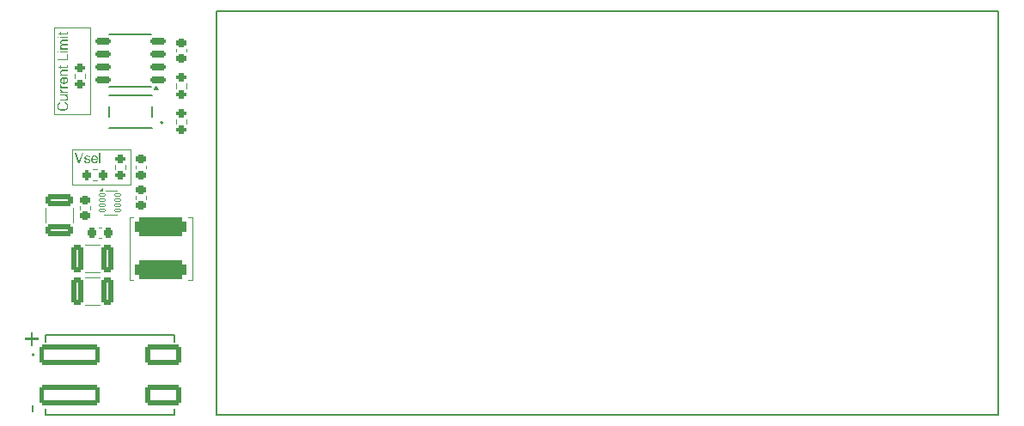
<source format=gbr>
G04 #@! TF.GenerationSoftware,KiCad,Pcbnew,8.0.8*
G04 #@! TF.CreationDate,2025-10-01T20:38:25-04:00*
G04 #@! TF.ProjectId,project-hw-2-18650,70726f6a-6563-4742-9d68-772d322d3138,rev?*
G04 #@! TF.SameCoordinates,Original*
G04 #@! TF.FileFunction,Legend,Top*
G04 #@! TF.FilePolarity,Positive*
%FSLAX46Y46*%
G04 Gerber Fmt 4.6, Leading zero omitted, Abs format (unit mm)*
G04 Created by KiCad (PCBNEW 8.0.8) date 2025-10-01 20:38:25*
%MOMM*%
%LPD*%
G01*
G04 APERTURE LIST*
G04 Aperture macros list*
%AMRoundRect*
0 Rectangle with rounded corners*
0 $1 Rounding radius*
0 $2 $3 $4 $5 $6 $7 $8 $9 X,Y pos of 4 corners*
0 Add a 4 corners polygon primitive as box body*
4,1,4,$2,$3,$4,$5,$6,$7,$8,$9,$2,$3,0*
0 Add four circle primitives for the rounded corners*
1,1,$1+$1,$2,$3*
1,1,$1+$1,$4,$5*
1,1,$1+$1,$6,$7*
1,1,$1+$1,$8,$9*
0 Add four rect primitives between the rounded corners*
20,1,$1+$1,$2,$3,$4,$5,0*
20,1,$1+$1,$4,$5,$6,$7,0*
20,1,$1+$1,$6,$7,$8,$9,0*
20,1,$1+$1,$8,$9,$2,$3,0*%
G04 Aperture macros list end*
%ADD10C,0.100000*%
%ADD11C,0.125000*%
%ADD12C,0.150000*%
%ADD13C,0.120000*%
%ADD14C,0.127000*%
%ADD15C,0.200000*%
%ADD16C,1.500000*%
%ADD17RoundRect,0.150000X0.625000X0.150000X-0.625000X0.150000X-0.625000X-0.150000X0.625000X-0.150000X0*%
%ADD18RoundRect,0.200000X-0.275000X0.200000X-0.275000X-0.200000X0.275000X-0.200000X0.275000X0.200000X0*%
%ADD19R,1.050000X0.650000*%
%ADD20RoundRect,0.225000X-0.250000X0.225000X-0.250000X-0.225000X0.250000X-0.225000X0.250000X0.225000X0*%
%ADD21RoundRect,0.050000X-0.285000X-0.100000X0.285000X-0.100000X0.285000X0.100000X-0.285000X0.100000X0*%
%ADD22RoundRect,0.200000X0.200000X0.275000X-0.200000X0.275000X-0.200000X-0.275000X0.200000X-0.275000X0*%
%ADD23RoundRect,0.475000X-2.075000X0.475000X-2.075000X-0.475000X2.075000X-0.475000X2.075000X0.475000X0*%
%ADD24RoundRect,0.250000X-1.500000X-0.750000X1.500000X-0.750000X1.500000X0.750000X-1.500000X0.750000X0*%
%ADD25RoundRect,0.250000X-2.750000X-0.750000X2.750000X-0.750000X2.750000X0.750000X-2.750000X0.750000X0*%
%ADD26RoundRect,0.250000X0.325000X1.100000X-0.325000X1.100000X-0.325000X-1.100000X0.325000X-1.100000X0*%
%ADD27RoundRect,0.225000X0.225000X0.250000X-0.225000X0.250000X-0.225000X-0.250000X0.225000X-0.250000X0*%
%ADD28RoundRect,0.225000X0.250000X-0.225000X0.250000X0.225000X-0.250000X0.225000X-0.250000X-0.225000X0*%
%ADD29RoundRect,0.250000X-1.100000X0.325000X-1.100000X-0.325000X1.100000X-0.325000X1.100000X0.325000X0*%
G04 APERTURE END LIST*
D10*
G36*
X19284633Y-56942533D02*
G01*
X19472212Y-56942533D01*
X19472212Y-57620551D01*
X19284633Y-57620551D01*
X19284633Y-56942533D01*
G37*
G36*
X19159685Y-49747418D02*
G01*
X19347264Y-49747418D01*
X19347264Y-50329692D01*
X19941263Y-50329692D01*
X19941263Y-50527041D01*
X19347264Y-50527041D01*
X19347264Y-51109316D01*
X19159685Y-51109316D01*
X19159685Y-50527041D01*
X18596950Y-50527041D01*
X18596950Y-50329692D01*
X19159685Y-50329692D01*
X19159685Y-49747418D01*
G37*
X23250000Y-31750000D02*
X29000000Y-31750000D01*
X29000000Y-35250000D01*
X23250000Y-35250000D01*
X23250000Y-31750000D01*
X21500000Y-19750000D02*
X25000000Y-19750000D01*
X25000000Y-28250000D01*
X21500000Y-28250000D01*
X21500000Y-19750000D01*
G36*
X24030495Y-33080000D02*
G01*
X23889811Y-33080000D01*
X23521004Y-32048318D01*
X23661688Y-32048318D01*
X23962840Y-32921486D01*
X24247138Y-32048318D01*
X24386357Y-32048318D01*
X24030495Y-33080000D01*
G37*
G36*
X24574424Y-32861158D02*
G01*
X24586086Y-32909353D01*
X24611262Y-32954043D01*
X24620097Y-32963984D01*
X24664202Y-32989863D01*
X24714861Y-33000030D01*
X24754431Y-33001842D01*
X24804082Y-32998148D01*
X24853532Y-32984256D01*
X24878995Y-32970579D01*
X24914349Y-32934064D01*
X24926133Y-32887536D01*
X24913435Y-32839974D01*
X24899267Y-32823545D01*
X24855684Y-32798855D01*
X24812072Y-32785931D01*
X24702407Y-32759309D01*
X24648942Y-32745429D01*
X24597170Y-32727763D01*
X24550824Y-32705590D01*
X24520202Y-32683838D01*
X24488946Y-32644121D01*
X24472117Y-32593483D01*
X24468911Y-32553656D01*
X24475016Y-32499494D01*
X24493331Y-32451861D01*
X24523857Y-32410759D01*
X24546092Y-32390746D01*
X24587964Y-32364032D01*
X24636156Y-32344951D01*
X24690668Y-32333502D01*
X24743550Y-32329745D01*
X24751500Y-32329685D01*
X24804759Y-32332420D01*
X24858672Y-32342243D01*
X24905166Y-32359211D01*
X24948604Y-32386838D01*
X24982015Y-32422636D01*
X25004761Y-32466007D01*
X25016842Y-32516952D01*
X25018946Y-32548527D01*
X24895115Y-32548527D01*
X24884322Y-32500655D01*
X24851343Y-32463149D01*
X24803506Y-32444342D01*
X24747348Y-32439106D01*
X24697797Y-32443297D01*
X24650406Y-32458777D01*
X24633531Y-32468904D01*
X24600561Y-32506216D01*
X24591277Y-32548527D01*
X24606515Y-32594998D01*
X24623517Y-32611542D01*
X24669129Y-32635096D01*
X24718986Y-32650225D01*
X24727808Y-32652330D01*
X24840160Y-32679197D01*
X24891314Y-32693485D01*
X24939775Y-32712771D01*
X24982336Y-32738187D01*
X24999162Y-32752470D01*
X25029227Y-32792358D01*
X25045416Y-32841313D01*
X25048499Y-32878988D01*
X25043355Y-32929409D01*
X25025269Y-32979673D01*
X24994162Y-33023098D01*
X24966189Y-33048248D01*
X24921478Y-33075817D01*
X24869652Y-33095509D01*
X24818470Y-33106278D01*
X24761841Y-33111016D01*
X24744661Y-33111263D01*
X24693560Y-33109064D01*
X24633000Y-33099295D01*
X24581094Y-33081709D01*
X24537844Y-33056308D01*
X24495953Y-33013565D01*
X24472178Y-32970579D01*
X24457057Y-32919776D01*
X24450593Y-32861158D01*
X24574424Y-32861158D01*
G37*
G36*
X25530837Y-32333395D02*
G01*
X25583652Y-32344523D01*
X25630706Y-32363070D01*
X25684481Y-32399340D01*
X25718091Y-32435198D01*
X25745939Y-32478475D01*
X25768025Y-32529171D01*
X25784350Y-32587285D01*
X25794913Y-32652819D01*
X25799714Y-32725771D01*
X25800034Y-32751737D01*
X25257083Y-32751737D01*
X25261922Y-32805791D01*
X25273508Y-32854136D01*
X25294607Y-32901700D01*
X25316922Y-32933698D01*
X25356688Y-32969633D01*
X25404849Y-32992259D01*
X25455373Y-33001243D01*
X25473726Y-33001842D01*
X25524184Y-32996896D01*
X25574695Y-32978623D01*
X25616207Y-32946887D01*
X25648720Y-32901687D01*
X25666434Y-32861158D01*
X25784647Y-32861158D01*
X25771918Y-32910375D01*
X25750272Y-32960498D01*
X25721054Y-33004088D01*
X25684265Y-33041144D01*
X25679134Y-33045317D01*
X25634896Y-33074168D01*
X25585223Y-33094776D01*
X25537301Y-33106046D01*
X25485219Y-33111005D01*
X25469574Y-33111263D01*
X25413781Y-33107579D01*
X25362538Y-33096528D01*
X25315847Y-33078109D01*
X25273706Y-33052324D01*
X25236117Y-33019171D01*
X25224598Y-33006482D01*
X25194053Y-32964622D01*
X25169827Y-32917628D01*
X25151921Y-32865498D01*
X25140334Y-32808234D01*
X25135507Y-32756591D01*
X25134717Y-32723893D01*
X25136965Y-32669963D01*
X25138569Y-32657948D01*
X25259769Y-32657948D01*
X25674982Y-32657948D01*
X25670403Y-32607999D01*
X25654575Y-32558120D01*
X25627441Y-32514157D01*
X25617096Y-32502121D01*
X25578041Y-32468891D01*
X25532928Y-32447968D01*
X25481756Y-32439352D01*
X25470795Y-32439106D01*
X25418412Y-32444926D01*
X25372087Y-32462386D01*
X25331820Y-32491485D01*
X25324494Y-32498702D01*
X25293405Y-32539755D01*
X25272191Y-32588728D01*
X25261542Y-32639574D01*
X25259769Y-32657948D01*
X25138569Y-32657948D01*
X25143709Y-32619456D01*
X25157737Y-32563365D01*
X25178239Y-32512203D01*
X25205215Y-32465969D01*
X25226796Y-32437885D01*
X25263482Y-32401114D01*
X25304477Y-32371951D01*
X25349783Y-32350396D01*
X25399400Y-32336448D01*
X25453327Y-32330108D01*
X25472260Y-32329685D01*
X25530837Y-32333395D01*
G37*
G36*
X26040369Y-32048318D02*
G01*
X26040369Y-33080000D01*
X25922400Y-33080000D01*
X25922400Y-32048318D01*
X26040369Y-32048318D01*
G37*
D11*
G36*
X22326371Y-27943824D02*
G01*
X22273637Y-27942141D01*
X22221316Y-27937092D01*
X22186664Y-27931856D01*
X22138340Y-27921059D01*
X22088747Y-27905125D01*
X22042561Y-27886182D01*
X21997581Y-27863542D01*
X21952456Y-27835002D01*
X21911891Y-27802651D01*
X21875857Y-27764101D01*
X21847006Y-27721893D01*
X21824221Y-27678073D01*
X21819567Y-27667585D01*
X21801739Y-27617918D01*
X21789745Y-27564811D01*
X21783983Y-27514719D01*
X21782686Y-27475366D01*
X21785571Y-27414991D01*
X21794227Y-27359437D01*
X21808652Y-27308705D01*
X21828848Y-27262794D01*
X21864752Y-27209080D01*
X21910914Y-27163937D01*
X21952267Y-27135705D01*
X21999391Y-27112294D01*
X22052284Y-27093705D01*
X22110949Y-27079937D01*
X22110949Y-27213538D01*
X22059658Y-27227505D01*
X22010130Y-27249751D01*
X21969257Y-27278914D01*
X21946817Y-27302198D01*
X21920370Y-27343873D01*
X21902579Y-27394436D01*
X21894030Y-27446841D01*
X21892107Y-27490753D01*
X21896186Y-27544434D01*
X21908422Y-27593736D01*
X21928815Y-27638658D01*
X21957366Y-27679202D01*
X21994074Y-27715366D01*
X22008122Y-27726448D01*
X22054608Y-27755831D01*
X22107052Y-27779135D01*
X22155308Y-27793911D01*
X22207702Y-27804466D01*
X22264235Y-27810799D01*
X22324905Y-27812909D01*
X22384227Y-27810715D01*
X22439614Y-27804132D01*
X22491064Y-27793160D01*
X22538580Y-27777800D01*
X22590403Y-27753574D01*
X22636559Y-27723028D01*
X22675737Y-27687007D01*
X22706810Y-27646538D01*
X22729776Y-27601621D01*
X22744637Y-27552257D01*
X22751391Y-27498444D01*
X22751842Y-27479518D01*
X22748382Y-27426995D01*
X22735956Y-27373895D01*
X22714494Y-27328183D01*
X22683994Y-27289860D01*
X22679546Y-27285589D01*
X22638299Y-27254494D01*
X22594044Y-27231769D01*
X22542169Y-27213227D01*
X22491639Y-27200665D01*
X22454842Y-27193998D01*
X22454842Y-27058932D01*
X22504057Y-27066019D01*
X22571926Y-27081472D01*
X22632651Y-27102712D01*
X22686232Y-27129740D01*
X22732669Y-27162556D01*
X22771961Y-27201158D01*
X22804110Y-27245549D01*
X22829114Y-27295726D01*
X22846974Y-27351691D01*
X22857691Y-27413444D01*
X22861263Y-27480983D01*
X22859019Y-27532381D01*
X22852287Y-27581062D01*
X22839349Y-27632580D01*
X22825359Y-27670272D01*
X22803538Y-27714611D01*
X22775803Y-27757668D01*
X22741052Y-27797483D01*
X22734256Y-27803872D01*
X22694224Y-27836165D01*
X22649689Y-27864532D01*
X22605296Y-27886915D01*
X22559534Y-27905472D01*
X22510683Y-27921146D01*
X22463391Y-27931856D01*
X22412295Y-27939149D01*
X22360855Y-27943076D01*
X22326371Y-27943824D01*
G37*
G36*
X22830000Y-26336217D02*
G01*
X22830000Y-26441730D01*
X22720090Y-26441730D01*
X22759615Y-26471341D01*
X22795373Y-26505058D01*
X22826949Y-26546652D01*
X22829023Y-26550174D01*
X22848669Y-26595878D01*
X22858712Y-26644049D01*
X22861263Y-26687927D01*
X22857858Y-26738729D01*
X22845891Y-26789459D01*
X22822487Y-26837850D01*
X22806796Y-26858897D01*
X22769049Y-26892643D01*
X22724193Y-26913890D01*
X22672229Y-26922639D01*
X22660983Y-26922889D01*
X22095317Y-26922889D01*
X22095317Y-26806140D01*
X22609204Y-26806140D01*
X22657678Y-26799409D01*
X22702890Y-26774912D01*
X22713007Y-26765352D01*
X22739554Y-26724005D01*
X22750894Y-26675482D01*
X22751842Y-26654221D01*
X22745283Y-26600707D01*
X22725605Y-26554349D01*
X22692808Y-26515146D01*
X22684675Y-26508164D01*
X22643435Y-26481599D01*
X22595279Y-26463728D01*
X22546667Y-26455142D01*
X22506622Y-26453210D01*
X22095317Y-26453210D01*
X22095317Y-26336217D01*
X22830000Y-26336217D01*
G37*
G36*
X22189106Y-25817201D02*
G01*
X22192761Y-25866091D01*
X22202748Y-25915039D01*
X22221392Y-25961274D01*
X22244549Y-25994521D01*
X22286529Y-26025691D01*
X22333301Y-26042315D01*
X22383844Y-26050800D01*
X22434311Y-26053571D01*
X22443363Y-26053628D01*
X22830000Y-26053628D01*
X22830000Y-26171598D01*
X22095317Y-26171598D01*
X22095317Y-26063398D01*
X22220369Y-26063398D01*
X22177398Y-26032133D01*
X22139826Y-25998513D01*
X22112414Y-25965701D01*
X22088922Y-25919469D01*
X22079813Y-25869158D01*
X22079685Y-25862142D01*
X22083349Y-25817201D01*
X22189106Y-25817201D01*
G37*
G36*
X22189106Y-25353140D02*
G01*
X22192761Y-25402030D01*
X22202748Y-25450978D01*
X22221392Y-25497213D01*
X22244549Y-25530460D01*
X22286529Y-25561630D01*
X22333301Y-25578253D01*
X22383844Y-25586738D01*
X22434311Y-25589509D01*
X22443363Y-25589567D01*
X22830000Y-25589567D01*
X22830000Y-25707536D01*
X22095317Y-25707536D01*
X22095317Y-25599337D01*
X22220369Y-25599337D01*
X22177398Y-25568072D01*
X22139826Y-25534451D01*
X22112414Y-25501639D01*
X22088922Y-25455407D01*
X22079813Y-25405097D01*
X22079685Y-25398080D01*
X22083349Y-25353140D01*
X22189106Y-25353140D01*
G37*
G36*
X22501737Y-25163363D02*
G01*
X22555791Y-25158524D01*
X22604136Y-25146938D01*
X22651700Y-25125838D01*
X22683698Y-25103524D01*
X22719633Y-25063758D01*
X22742259Y-25015596D01*
X22751243Y-24965072D01*
X22751842Y-24946720D01*
X22746896Y-24896262D01*
X22728623Y-24845750D01*
X22696887Y-24804238D01*
X22651687Y-24771726D01*
X22611158Y-24754012D01*
X22611158Y-24635799D01*
X22660375Y-24648528D01*
X22710498Y-24670174D01*
X22754088Y-24699391D01*
X22791144Y-24736180D01*
X22795317Y-24741311D01*
X22824168Y-24785550D01*
X22844776Y-24835223D01*
X22856046Y-24883144D01*
X22861005Y-24935227D01*
X22861263Y-24950872D01*
X22857579Y-25006665D01*
X22846528Y-25057907D01*
X22828109Y-25104599D01*
X22802324Y-25146739D01*
X22769171Y-25184329D01*
X22756482Y-25195847D01*
X22714622Y-25226393D01*
X22667628Y-25250619D01*
X22615498Y-25268525D01*
X22558234Y-25280111D01*
X22506591Y-25284939D01*
X22473893Y-25285729D01*
X22419963Y-25283481D01*
X22369456Y-25276737D01*
X22313365Y-25262709D01*
X22262203Y-25242207D01*
X22215969Y-25215230D01*
X22187885Y-25193649D01*
X22151114Y-25156964D01*
X22121951Y-25115969D01*
X22100396Y-25070662D01*
X22086448Y-25021046D01*
X22080108Y-24967119D01*
X22079718Y-24949651D01*
X22189106Y-24949651D01*
X22194926Y-25002034D01*
X22212386Y-25048359D01*
X22241485Y-25088626D01*
X22248702Y-25095952D01*
X22289755Y-25127041D01*
X22338728Y-25148254D01*
X22389574Y-25158904D01*
X22407948Y-25160676D01*
X22407948Y-24745464D01*
X22357999Y-24750042D01*
X22308120Y-24765870D01*
X22264157Y-24793004D01*
X22252121Y-24803349D01*
X22218891Y-24842404D01*
X22197968Y-24887517D01*
X22189352Y-24938689D01*
X22189106Y-24949651D01*
X22079718Y-24949651D01*
X22079685Y-24948185D01*
X22083395Y-24889608D01*
X22094523Y-24836793D01*
X22113070Y-24789740D01*
X22149340Y-24735964D01*
X22185198Y-24702355D01*
X22228475Y-24674507D01*
X22279171Y-24652420D01*
X22337285Y-24636096D01*
X22402819Y-24625533D01*
X22475771Y-24620731D01*
X22501737Y-24620411D01*
X22501737Y-25163363D01*
G37*
G36*
X22095317Y-24498046D02*
G01*
X22095317Y-24389846D01*
X22230383Y-24389846D01*
X22188757Y-24361495D01*
X22150890Y-24328589D01*
X22119429Y-24290684D01*
X22114856Y-24283600D01*
X22093424Y-24237450D01*
X22082468Y-24189050D01*
X22079685Y-24145115D01*
X22083090Y-24094358D01*
X22095057Y-24043789D01*
X22118461Y-23995713D01*
X22134152Y-23974877D01*
X22171570Y-23941389D01*
X22216049Y-23920304D01*
X22267588Y-23911622D01*
X22278743Y-23911374D01*
X22830000Y-23911374D01*
X22830000Y-24028367D01*
X22330767Y-24028367D01*
X22279182Y-24036174D01*
X22235118Y-24061866D01*
X22227697Y-24069155D01*
X22201317Y-24110502D01*
X22190048Y-24159025D01*
X22189106Y-24180286D01*
X22195618Y-24233179D01*
X22215152Y-24279204D01*
X22247710Y-24318359D01*
X22255785Y-24325366D01*
X22301704Y-24354217D01*
X22350292Y-24371047D01*
X22399255Y-24378741D01*
X22432616Y-24380076D01*
X22830000Y-24380076D01*
X22830000Y-24498046D01*
X22095317Y-24498046D01*
G37*
G36*
X22095317Y-23465387D02*
G01*
X22189106Y-23465387D01*
X22189106Y-23586531D01*
X22686629Y-23586531D01*
X22734955Y-23576246D01*
X22738653Y-23573098D01*
X22751829Y-23524149D01*
X22751842Y-23521807D01*
X22747843Y-23472367D01*
X22746224Y-23465387D01*
X22850760Y-23465387D01*
X22858299Y-23513794D01*
X22861263Y-23561130D01*
X22856264Y-23611771D01*
X22836389Y-23659490D01*
X22830976Y-23666643D01*
X22788910Y-23696267D01*
X22744759Y-23703279D01*
X22189106Y-23703279D01*
X22189106Y-23803175D01*
X22095317Y-23803175D01*
X22095317Y-23703279D01*
X21892107Y-23703279D01*
X21892107Y-23586531D01*
X22095317Y-23586531D01*
X22095317Y-23465387D01*
G37*
G36*
X21798318Y-22846475D02*
G01*
X22720579Y-22846475D01*
X22720579Y-22339916D01*
X22830000Y-22339916D01*
X22830000Y-22977145D01*
X21798318Y-22977145D01*
X21798318Y-22846475D01*
G37*
G36*
X22095317Y-22091277D02*
G01*
X22830000Y-22091277D01*
X22830000Y-22208025D01*
X22095317Y-22208025D01*
X22095317Y-22091277D01*
G37*
G36*
X21798318Y-22091277D02*
G01*
X21939002Y-22091277D01*
X21939002Y-22209490D01*
X21798318Y-22209490D01*
X21798318Y-22091277D01*
G37*
G36*
X22095317Y-21907117D02*
G01*
X22095317Y-21798918D01*
X22211088Y-21798918D01*
X22171480Y-21768521D01*
X22136561Y-21733983D01*
X22110704Y-21698290D01*
X22090621Y-21652079D01*
X22081170Y-21603485D01*
X22079685Y-21572505D01*
X22085377Y-21516337D01*
X22102453Y-21467298D01*
X22130911Y-21425389D01*
X22170754Y-21390609D01*
X22198632Y-21373935D01*
X22161514Y-21341564D01*
X22126984Y-21303095D01*
X22106552Y-21271353D01*
X22088186Y-21222647D01*
X22080630Y-21174127D01*
X22079685Y-21147522D01*
X22083820Y-21093430D01*
X22098112Y-21042120D01*
X22125624Y-20996368D01*
X22131953Y-20989253D01*
X22173261Y-20957548D01*
X22220430Y-20940146D01*
X22270714Y-20933783D01*
X22282896Y-20933565D01*
X22830000Y-20933565D01*
X22830000Y-21051779D01*
X22333454Y-21051779D01*
X22282769Y-21057704D01*
X22236909Y-21079268D01*
X22226964Y-21087683D01*
X22198571Y-21130792D01*
X22189254Y-21180333D01*
X22189106Y-21188311D01*
X22196834Y-21239212D01*
X22220018Y-21284207D01*
X22244061Y-21310921D01*
X22284613Y-21339705D01*
X22330706Y-21356542D01*
X22377418Y-21361479D01*
X22830000Y-21361479D01*
X22830000Y-21479448D01*
X22333454Y-21479448D01*
X22282769Y-21485374D01*
X22236909Y-21506937D01*
X22226964Y-21515352D01*
X22198571Y-21558461D01*
X22189254Y-21608002D01*
X22189106Y-21615980D01*
X22196834Y-21666882D01*
X22220018Y-21711876D01*
X22244061Y-21738590D01*
X22284613Y-21767375D01*
X22330706Y-21784211D01*
X22377418Y-21789148D01*
X22830000Y-21789148D01*
X22830000Y-21907117D01*
X22095317Y-21907117D01*
G37*
G36*
X22095317Y-20644382D02*
G01*
X22830000Y-20644382D01*
X22830000Y-20761130D01*
X22095317Y-20761130D01*
X22095317Y-20644382D01*
G37*
G36*
X21798318Y-20644382D02*
G01*
X21939002Y-20644382D01*
X21939002Y-20762595D01*
X21798318Y-20762595D01*
X21798318Y-20644382D01*
G37*
G36*
X22095317Y-20178855D02*
G01*
X22189106Y-20178855D01*
X22189106Y-20300000D01*
X22686629Y-20300000D01*
X22734955Y-20289715D01*
X22738653Y-20286566D01*
X22751829Y-20237617D01*
X22751842Y-20235275D01*
X22747843Y-20185835D01*
X22746224Y-20178855D01*
X22850760Y-20178855D01*
X22858299Y-20227262D01*
X22861263Y-20274598D01*
X22856264Y-20325240D01*
X22836389Y-20372958D01*
X22830976Y-20380111D01*
X22788910Y-20409735D01*
X22744759Y-20416748D01*
X22189106Y-20416748D01*
X22189106Y-20516643D01*
X22095317Y-20516643D01*
X22095317Y-20416748D01*
X21892107Y-20416748D01*
X21892107Y-20300000D01*
X22095317Y-20300000D01*
X22095317Y-20178855D01*
G37*
D12*
X31075000Y-25575000D02*
X26925000Y-25575000D01*
X31075000Y-20425000D02*
X26925000Y-20425000D01*
D13*
X31740000Y-25830000D02*
X31260000Y-25830000D01*
X31500000Y-25500000D01*
X31740000Y-25830000D01*
G36*
X31740000Y-25830000D02*
G01*
X31260000Y-25830000D01*
X31500000Y-25500000D01*
X31740000Y-25830000D01*
G37*
X34522500Y-25262742D02*
X34522500Y-25737258D01*
X33477500Y-25262742D02*
X33477500Y-25737258D01*
D14*
X31100000Y-29620000D02*
X26900000Y-29620000D01*
X31100000Y-27500000D02*
X31100000Y-28500000D01*
X26900000Y-27500000D02*
X26900000Y-28500000D01*
X26900000Y-26380000D02*
X31100000Y-26380000D01*
D15*
X32200000Y-29100000D02*
G75*
G02*
X32000000Y-29100000I-100000J0D01*
G01*
X32000000Y-29100000D02*
G75*
G02*
X32200000Y-29100000I100000J0D01*
G01*
D13*
X23477500Y-24262742D02*
X23477500Y-24737258D01*
X24522500Y-24262742D02*
X24522500Y-24737258D01*
X34522500Y-28762742D02*
X34522500Y-29237258D01*
X33477500Y-28762742D02*
X33477500Y-29237258D01*
X34510000Y-21859420D02*
X34510000Y-22140580D01*
X33490000Y-21859420D02*
X33490000Y-22140580D01*
X27477500Y-33262742D02*
X27477500Y-33737258D01*
X28522500Y-33262742D02*
X28522500Y-33737258D01*
D15*
X114550000Y-57900000D02*
X114550000Y-18100000D01*
X114550000Y-18100000D02*
X37450000Y-18100000D01*
X37450000Y-57900000D02*
X114550000Y-57900000D01*
X37450000Y-18100000D02*
X37450000Y-57900000D01*
D13*
X26240000Y-35840000D02*
X25960000Y-35840000D01*
X26240000Y-35560000D01*
X26240000Y-35840000D01*
G36*
X26240000Y-35840000D02*
G01*
X25960000Y-35840000D01*
X26240000Y-35560000D01*
X26240000Y-35840000D01*
G37*
X27650000Y-38160000D02*
X26350000Y-38160000D01*
X27650000Y-35840000D02*
X26600000Y-35840000D01*
X25737258Y-34772500D02*
X25262742Y-34772500D01*
X25737258Y-33727500D02*
X25262742Y-33727500D01*
X35100000Y-38400000D02*
X34700000Y-38400000D01*
X35100000Y-38400000D02*
X35100000Y-44600000D01*
X28900000Y-38400000D02*
X29300000Y-38400000D01*
X28900000Y-38400000D02*
X28900000Y-44600000D01*
X35100000Y-44600000D02*
X34700000Y-44600000D01*
X28900000Y-44600000D02*
X29300000Y-44600000D01*
D15*
X19500000Y-52000000D02*
G75*
G02*
X19300000Y-52000000I-100000J0D01*
G01*
X19300000Y-52000000D02*
G75*
G02*
X19500000Y-52000000I100000J0D01*
G01*
D14*
X33350000Y-57950000D02*
X33350000Y-57320000D01*
X33350000Y-50680000D02*
X33350000Y-50050000D01*
X33350000Y-50050000D02*
X20650000Y-50050000D01*
X20650000Y-57950000D02*
X33350000Y-57950000D01*
X20650000Y-57950000D02*
X20650000Y-57320000D01*
X20650000Y-50050000D02*
X20650000Y-50680000D01*
D13*
X29490000Y-36359420D02*
X29490000Y-36640580D01*
X30510000Y-36359420D02*
X30510000Y-36640580D01*
X25961252Y-41140000D02*
X24538748Y-41140000D01*
X25961252Y-43860000D02*
X24538748Y-43860000D01*
X26140580Y-39490000D02*
X25859420Y-39490000D01*
X26140580Y-40510000D02*
X25859420Y-40510000D01*
X25961252Y-44390000D02*
X24538748Y-44390000D01*
X25961252Y-47110000D02*
X24538748Y-47110000D01*
X30510000Y-33640580D02*
X30510000Y-33359420D01*
X29490000Y-33640580D02*
X29490000Y-33359420D01*
X25010000Y-37359420D02*
X25010000Y-37640580D01*
X23990000Y-37359420D02*
X23990000Y-37640580D01*
X20640000Y-37538748D02*
X20640000Y-38961252D01*
X23360000Y-37538748D02*
X23360000Y-38961252D01*
%LPC*%
G36*
X28500000Y-17000000D02*
G01*
X29500000Y-17000000D01*
X29500000Y-20000000D01*
X28500000Y-20000000D01*
X28500000Y-17000000D01*
G37*
D16*
X30250000Y-18500000D02*
G75*
G02*
X28750000Y-18500000I-750000J0D01*
G01*
X28750000Y-18500000D02*
G75*
G02*
X30250000Y-18500000I750000J0D01*
G01*
X29250000Y-18500000D02*
G75*
G02*
X27750000Y-18500000I-750000J0D01*
G01*
X27750000Y-18500000D02*
G75*
G02*
X29250000Y-18500000I750000J0D01*
G01*
D17*
X31700000Y-24905000D03*
X31700000Y-23635000D03*
X31700000Y-22365000D03*
X31700000Y-21095000D03*
X26300000Y-21095000D03*
X26300000Y-22365000D03*
X26300000Y-23635000D03*
X26300000Y-24905000D03*
D18*
X34000000Y-24675000D03*
X34000000Y-26325000D03*
D19*
X31075000Y-29075000D03*
X26925000Y-29075000D03*
X31075000Y-26925000D03*
X26925000Y-26925000D03*
D18*
X24000000Y-25325000D03*
X24000000Y-23675000D03*
X34000000Y-28175000D03*
X34000000Y-29825000D03*
D20*
X34000000Y-21225000D03*
X34000000Y-22775000D03*
D18*
X28000000Y-34325000D03*
X28000000Y-32675000D03*
D21*
X27740000Y-36250000D03*
X27740000Y-36750000D03*
X27740000Y-37250000D03*
X27740000Y-37750000D03*
X26260000Y-37750000D03*
X26260000Y-37250000D03*
X26260000Y-36750000D03*
X26260000Y-36250000D03*
D22*
X26325000Y-34250000D03*
X24675000Y-34250000D03*
D23*
X32000000Y-39400000D03*
X32000000Y-43600000D03*
D24*
X32250000Y-56000000D03*
D25*
X23000000Y-56000000D03*
D24*
X32250000Y-52000000D03*
D25*
X23000000Y-52000000D03*
D20*
X30000000Y-37275000D03*
X30000000Y-35725000D03*
D26*
X23775000Y-42500000D03*
X26725000Y-42500000D03*
D27*
X25225000Y-40000000D03*
X26775000Y-40000000D03*
D26*
X23775000Y-45750000D03*
X26725000Y-45750000D03*
D28*
X30000000Y-32725000D03*
X30000000Y-34275000D03*
D20*
X24500000Y-36725000D03*
X24500000Y-38275000D03*
D29*
X22000000Y-39725000D03*
X22000000Y-36775000D03*
%LPD*%
M02*

</source>
